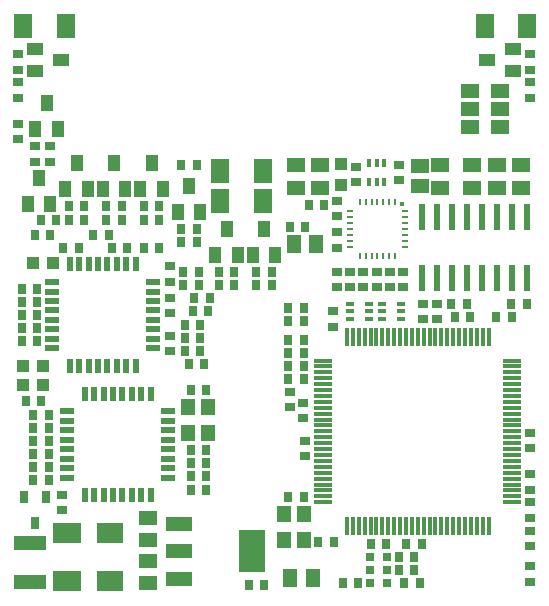
<source format=gtp>
G04 EAGLE Gerber RS-274X export*
G75*
%MOMM*%
%FSLAX34Y34*%
%LPD*%
%INSolderpaste Top*%
%IPPOS*%
%AMOC8*
5,1,8,0,0,1.08239X$1,22.5*%
G01*
%ADD10R,0.700000X0.900000*%
%ADD11R,0.900000X0.700000*%
%ADD12R,0.700000X1.000000*%
%ADD13R,1.000000X1.100000*%
%ADD14R,1.270000X0.558800*%
%ADD15R,0.558800X1.270000*%
%ADD16R,2.160000X1.780000*%
%ADD17R,0.800000X0.800000*%
%ADD18R,2.800000X1.200000*%
%ADD19R,1.200000X1.400000*%
%ADD20R,1.500000X1.300000*%
%ADD21R,2.400000X1.800000*%
%ADD22R,1.000000X1.400000*%
%ADD23R,0.600000X2.200000*%
%ADD24R,1.500000X0.350000*%
%ADD25R,0.350000X1.500000*%
%ADD26R,1.500000X2.100000*%
%ADD27R,1.400000X1.000000*%
%ADD28R,1.600200X1.168400*%
%ADD29R,0.260000X0.560000*%
%ADD30R,0.560000X0.260000*%
%ADD31R,0.400000X0.400000*%
%ADD32R,1.300000X1.500000*%
%ADD33R,0.400000X0.800000*%
%ADD34R,0.700000X0.300000*%
%ADD35R,2.235200X1.219200*%
%ADD36R,2.200000X3.600000*%


D10*
X23963Y238125D03*
X10963Y238125D03*
D11*
X136525Y220813D03*
X136525Y207813D03*
D10*
X84288Y306388D03*
X71288Y306388D03*
X27138Y165100D03*
X14138Y165100D03*
X127150Y295275D03*
X114150Y295275D03*
D12*
X22225Y62025D03*
X12725Y84025D03*
X31725Y84025D03*
D13*
X29138Y195263D03*
X12138Y195263D03*
X37075Y282575D03*
X20075Y282575D03*
D10*
X10963Y249238D03*
X23963Y249238D03*
D13*
X29138Y179388D03*
X12138Y179388D03*
D10*
X100163Y295275D03*
X87163Y295275D03*
D11*
X136525Y279550D03*
X136525Y266550D03*
X136525Y252563D03*
X136525Y239563D03*
D10*
X23963Y260350D03*
X10963Y260350D03*
D11*
X44450Y72875D03*
X44450Y85875D03*
X22225Y381150D03*
X22225Y368150D03*
X7938Y400200D03*
X7938Y387200D03*
X34925Y368150D03*
X34925Y381150D03*
D14*
X36449Y266125D03*
X36449Y258125D03*
X36449Y250125D03*
X36449Y242125D03*
X36449Y234125D03*
X36449Y226125D03*
X36449Y218125D03*
X36449Y210125D03*
D15*
X51375Y195199D03*
X59375Y195199D03*
X67375Y195199D03*
X75375Y195199D03*
X83375Y195199D03*
X91375Y195199D03*
X99375Y195199D03*
X107375Y195199D03*
D14*
X122301Y210125D03*
X122301Y218125D03*
X122301Y226125D03*
X122301Y234125D03*
X122301Y242125D03*
X122301Y250125D03*
X122301Y258125D03*
X122301Y266125D03*
D15*
X107375Y281051D03*
X99375Y281051D03*
X91375Y281051D03*
X83375Y281051D03*
X75375Y281051D03*
X67375Y281051D03*
X59375Y281051D03*
X51375Y281051D03*
D10*
X166838Y174625D03*
X153838Y174625D03*
X153838Y123825D03*
X166838Y123825D03*
X153838Y112713D03*
X166838Y112713D03*
X10963Y215900D03*
X23963Y215900D03*
X20488Y142875D03*
X33488Y142875D03*
X20488Y120650D03*
X33488Y120650D03*
X33488Y131763D03*
X20488Y131763D03*
X319238Y44450D03*
X306238Y44450D03*
D16*
X85725Y13038D03*
X85725Y53738D03*
D10*
X295425Y11113D03*
X282425Y11113D03*
D17*
X305238Y11113D03*
X320238Y11113D03*
D18*
X17463Y45075D03*
X17463Y12075D03*
D10*
X45888Y295275D03*
X58888Y295275D03*
X20488Y153988D03*
X33488Y153988D03*
X153838Y101600D03*
X166838Y101600D03*
X153838Y90488D03*
X166838Y90488D03*
D19*
X151838Y160225D03*
X151838Y138225D03*
X168838Y138225D03*
X168838Y160225D03*
D20*
X117475Y30138D03*
X117475Y11138D03*
X117475Y47650D03*
X117475Y66650D03*
D21*
X49213Y53588D03*
X49213Y13088D03*
D22*
X31750Y417400D03*
X41250Y395400D03*
X22250Y395400D03*
D10*
X162075Y207963D03*
X149075Y207963D03*
X249388Y217488D03*
X236388Y217488D03*
X170013Y252413D03*
X157013Y252413D03*
X236388Y184150D03*
X249388Y184150D03*
X236388Y195263D03*
X249388Y195263D03*
X249388Y244475D03*
X236388Y244475D03*
X162075Y219075D03*
X149075Y219075D03*
D11*
X238125Y160188D03*
X238125Y173188D03*
D10*
X155425Y241300D03*
X168425Y241300D03*
X236388Y206375D03*
X249388Y206375D03*
X152250Y196850D03*
X165250Y196850D03*
X162075Y230188D03*
X149075Y230188D03*
X249388Y233363D03*
X236388Y233363D03*
X20488Y98425D03*
X33488Y98425D03*
X33488Y109538D03*
X20488Y109538D03*
D11*
X322263Y261788D03*
X322263Y274788D03*
X311150Y261788D03*
X311150Y274788D03*
X333375Y274788D03*
X333375Y261788D03*
D10*
X377675Y236538D03*
X390675Y236538D03*
D11*
X441325Y138263D03*
X441325Y125263D03*
D10*
X274788Y46038D03*
X261788Y46038D03*
X249388Y84138D03*
X236388Y84138D03*
X145900Y365125D03*
X158900Y365125D03*
D20*
X433388Y346100D03*
X433388Y365100D03*
D10*
X425600Y236538D03*
X412600Y236538D03*
X425300Y247650D03*
X438300Y247650D03*
D23*
X412750Y269275D03*
X412750Y321275D03*
X400050Y269275D03*
X425450Y269275D03*
X438150Y269275D03*
X400050Y321275D03*
X425450Y321275D03*
X438150Y321275D03*
D10*
X253850Y331788D03*
X266850Y331788D03*
D20*
X263525Y346100D03*
X263525Y365100D03*
X242888Y346100D03*
X242888Y365100D03*
D11*
X330200Y352275D03*
X330200Y365275D03*
D20*
X347663Y347100D03*
X347663Y364100D03*
X365125Y346100D03*
X365125Y365100D03*
D10*
X147488Y263525D03*
X160488Y263525D03*
D11*
X361950Y234800D03*
X361950Y247800D03*
D10*
X374500Y247650D03*
X387500Y247650D03*
D23*
X361950Y269275D03*
X361950Y321275D03*
X349250Y269275D03*
X374650Y269275D03*
X387350Y269275D03*
X349250Y321275D03*
X374650Y321275D03*
X387350Y321275D03*
D20*
X392113Y346100D03*
X392113Y365100D03*
D10*
X147488Y274638D03*
X160488Y274638D03*
D11*
X277813Y335113D03*
X277813Y322113D03*
D13*
X280988Y365688D03*
X280988Y348688D03*
D11*
X293688Y363688D03*
X293688Y350688D03*
D24*
X266075Y199700D03*
X266075Y194700D03*
X266075Y189700D03*
X266075Y184700D03*
X266075Y179700D03*
X266075Y174700D03*
X266075Y169700D03*
X266075Y164700D03*
X266075Y159700D03*
X266075Y154700D03*
X266075Y149700D03*
X266075Y144700D03*
X266075Y139700D03*
X266075Y134700D03*
X266075Y129700D03*
X266075Y124700D03*
X266075Y119700D03*
X266075Y114700D03*
X266075Y109700D03*
X266075Y104700D03*
X266075Y99700D03*
X266075Y94700D03*
X266075Y89700D03*
X266075Y84700D03*
X266075Y79700D03*
D25*
X286075Y59700D03*
X291075Y59700D03*
X296075Y59700D03*
X301075Y59700D03*
X306075Y59700D03*
X311075Y59700D03*
X316075Y59700D03*
X321075Y59700D03*
X326075Y59700D03*
X331075Y59700D03*
X336075Y59700D03*
X341075Y59700D03*
X346075Y59700D03*
X351075Y59700D03*
X356075Y59700D03*
X361075Y59700D03*
X366075Y59700D03*
X371075Y59700D03*
X376075Y59700D03*
X381075Y59700D03*
X386075Y59700D03*
X391075Y59700D03*
X396075Y59700D03*
X401075Y59700D03*
X406075Y59700D03*
D24*
X426075Y79700D03*
X426075Y84700D03*
X426075Y89700D03*
X426075Y94700D03*
X426075Y99700D03*
X426075Y104700D03*
X426075Y109700D03*
X426075Y114700D03*
X426075Y119700D03*
X426075Y124700D03*
X426075Y129700D03*
X426075Y134700D03*
X426075Y139700D03*
X426075Y144700D03*
X426075Y149700D03*
X426075Y154700D03*
X426075Y159700D03*
X426075Y164700D03*
X426075Y169700D03*
X426075Y174700D03*
X426075Y179700D03*
X426075Y184700D03*
X426075Y189700D03*
X426075Y194700D03*
X426075Y199700D03*
D25*
X406075Y219700D03*
X401075Y219700D03*
X396075Y219700D03*
X391075Y219700D03*
X386075Y219700D03*
X381075Y219700D03*
X376075Y219700D03*
X371075Y219700D03*
X366075Y219700D03*
X361075Y219700D03*
X356075Y219700D03*
X351075Y219700D03*
X346075Y219700D03*
X341075Y219700D03*
X336075Y219700D03*
X331075Y219700D03*
X326075Y219700D03*
X321075Y219700D03*
X316075Y219700D03*
X311075Y219700D03*
X306075Y219700D03*
X301075Y219700D03*
X296075Y219700D03*
X291075Y219700D03*
X286075Y219700D03*
D11*
X274638Y241450D03*
X274638Y228450D03*
X249238Y150663D03*
X249238Y163663D03*
X350838Y247800D03*
X350838Y234800D03*
D19*
X232800Y69738D03*
X232800Y47738D03*
X249800Y47738D03*
X249800Y69738D03*
D11*
X250825Y131913D03*
X250825Y118913D03*
D10*
X22075Y306388D03*
X35075Y306388D03*
X39838Y319088D03*
X26838Y319088D03*
D22*
X25400Y353900D03*
X34900Y331900D03*
X15900Y331900D03*
D10*
X50650Y319088D03*
X63650Y319088D03*
X63650Y330200D03*
X50650Y330200D03*
D22*
X57150Y366600D03*
X66650Y344600D03*
X47650Y344600D03*
D10*
X177650Y263525D03*
X190650Y263525D03*
X190650Y274638D03*
X177650Y274638D03*
D22*
X184150Y311038D03*
X193650Y289038D03*
X174650Y289038D03*
D10*
X209400Y263525D03*
X222400Y263525D03*
X222400Y274638D03*
X209400Y274638D03*
D22*
X215900Y311038D03*
X225400Y289038D03*
X206400Y289038D03*
D10*
X145900Y300038D03*
X158900Y300038D03*
X158900Y311150D03*
X145900Y311150D03*
D22*
X152400Y347550D03*
X161900Y325550D03*
X142900Y325550D03*
D10*
X82400Y319088D03*
X95400Y319088D03*
X95400Y330200D03*
X82400Y330200D03*
D22*
X88900Y366600D03*
X98400Y344600D03*
X79400Y344600D03*
D10*
X114150Y319088D03*
X127150Y319088D03*
X127150Y330200D03*
X114150Y330200D03*
D22*
X120650Y366600D03*
X130150Y344600D03*
X111150Y344600D03*
D26*
X214850Y360363D03*
X178850Y360363D03*
X214850Y334963D03*
X178850Y334963D03*
D11*
X300038Y274788D03*
X300038Y261788D03*
X288925Y274788D03*
X288925Y261788D03*
D10*
X336400Y44450D03*
X349400Y44450D03*
D11*
X7938Y435125D03*
X7938Y422125D03*
X7938Y445938D03*
X7938Y458938D03*
D27*
X44338Y454025D03*
X22338Y444525D03*
X22338Y463525D03*
D26*
X48163Y482600D03*
X12163Y482600D03*
D11*
X441325Y435125D03*
X441325Y422125D03*
X441325Y458938D03*
X441325Y445938D03*
D27*
X404925Y454025D03*
X426925Y463525D03*
X426925Y444525D03*
D26*
X402688Y482600D03*
X438688Y482600D03*
D10*
X330050Y33338D03*
X343050Y33338D03*
D17*
X320238Y33338D03*
X305238Y33338D03*
D10*
X330050Y22225D03*
X343050Y22225D03*
D17*
X320238Y22225D03*
X305238Y22225D03*
D11*
X441325Y79525D03*
X441325Y66525D03*
X441325Y42713D03*
X441325Y55713D03*
X441325Y103338D03*
X441325Y90338D03*
D10*
X250975Y312738D03*
X237975Y312738D03*
D20*
X412750Y365100D03*
X412750Y346100D03*
D28*
X390717Y397513D03*
X390717Y412753D03*
X390717Y427993D03*
D29*
X326944Y334150D03*
X321944Y334150D03*
X316944Y334150D03*
X311944Y334150D03*
X306944Y334150D03*
X301944Y334150D03*
X296944Y334150D03*
D30*
X288944Y326150D03*
X288944Y321150D03*
X288944Y316150D03*
X288944Y311150D03*
X288944Y306150D03*
X288944Y301150D03*
X288944Y296150D03*
D29*
X296944Y288150D03*
X301944Y288150D03*
X306944Y288150D03*
X311944Y288150D03*
X316944Y288150D03*
X321944Y288150D03*
X326944Y288150D03*
D30*
X334944Y296150D03*
X334944Y301150D03*
X334944Y306150D03*
X334944Y311150D03*
X334944Y316150D03*
X334944Y321150D03*
X334944Y326150D03*
D31*
X332944Y332150D03*
D14*
X135001Y100588D03*
X135001Y108588D03*
X135001Y116588D03*
X135001Y124588D03*
X135001Y132588D03*
X135001Y140588D03*
X135001Y148588D03*
X135001Y156588D03*
D15*
X120075Y171514D03*
X112075Y171514D03*
X104075Y171514D03*
X96075Y171514D03*
X88075Y171514D03*
X80075Y171514D03*
X72075Y171514D03*
X64075Y171514D03*
D14*
X49149Y156588D03*
X49149Y148588D03*
X49149Y140588D03*
X49149Y132588D03*
X49149Y124588D03*
X49149Y116588D03*
X49149Y108588D03*
X49149Y100588D03*
D15*
X64075Y85662D03*
X72075Y85662D03*
X80075Y85662D03*
X88075Y85662D03*
X96075Y85662D03*
X104075Y85662D03*
X112075Y85662D03*
X120075Y85662D03*
D10*
X10963Y227013D03*
X23963Y227013D03*
D32*
X260325Y298450D03*
X241325Y298450D03*
D33*
X304650Y350775D03*
X311150Y350775D03*
X317650Y350775D03*
X317650Y366775D03*
X311150Y366775D03*
X304650Y366775D03*
D11*
X277813Y295125D03*
X277813Y308125D03*
X277813Y274788D03*
X277813Y261788D03*
D10*
X334813Y11113D03*
X347813Y11113D03*
D11*
X441325Y12550D03*
X441325Y25550D03*
D28*
X415925Y427990D03*
X415925Y412750D03*
X415925Y397510D03*
D32*
X238150Y15875D03*
X257150Y15875D03*
D34*
X331850Y234800D03*
X331850Y241300D03*
X331850Y247800D03*
X315850Y247800D03*
X315850Y241300D03*
X315850Y234800D03*
X288863Y247800D03*
X288863Y241300D03*
X288863Y234800D03*
X304863Y234800D03*
X304863Y241300D03*
X304863Y247800D03*
D35*
X143637Y61214D03*
X143637Y38100D03*
X143637Y14986D03*
D36*
X205615Y38100D03*
D10*
X216050Y9525D03*
X203050Y9525D03*
M02*

</source>
